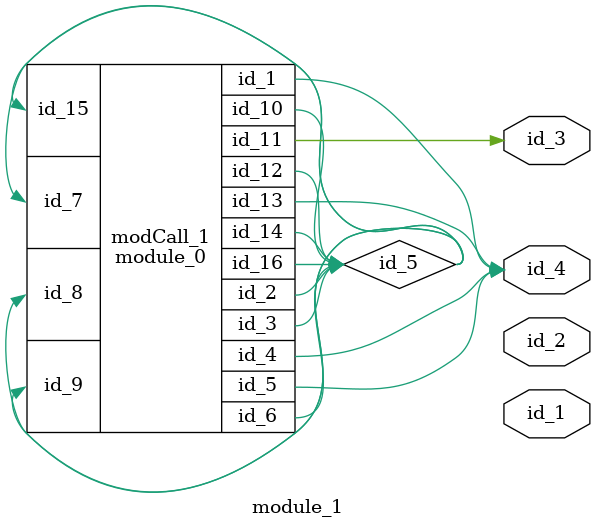
<source format=v>
module module_0 (
    id_1,
    id_2,
    id_3,
    id_4,
    id_5,
    id_6,
    id_7,
    id_8,
    id_9,
    id_10,
    id_11,
    id_12,
    id_13,
    id_14,
    id_15,
    id_16
);
  output wire id_16;
  input wire id_15;
  inout wire id_14;
  output wire id_13;
  inout wire id_12;
  output wire id_11;
  inout wire id_10;
  input wire id_9;
  input wire id_8;
  input wire id_7;
  inout wire id_6;
  output wire id_5;
  output wire id_4;
  inout wire id_3;
  inout wire id_2;
  output wire id_1;
endmodule
module module_1 (
    id_1,
    id_2,
    id_3,
    id_4
);
  output wire id_4;
  output wire id_3;
  output wire id_2;
  output wire id_1;
  wire id_5;
  module_0 modCall_1 (
      id_4,
      id_5,
      id_5,
      id_4,
      id_4,
      id_5,
      id_5,
      id_5,
      id_5,
      id_5,
      id_3,
      id_5,
      id_4,
      id_5,
      id_5,
      id_5
  );
endmodule

</source>
